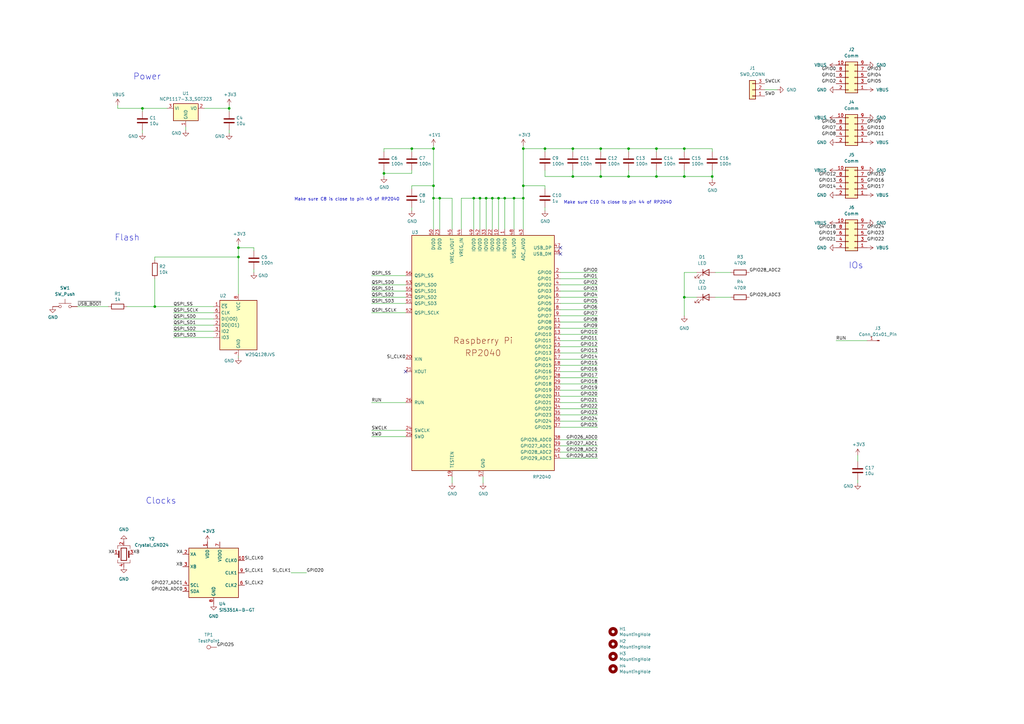
<source format=kicad_sch>
(kicad_sch (version 20231120) (generator "eeschema") (generator_version "8.0")
  (paper "A3")
  (title_block (title "RP2040 Minimal Design Example") (date "2024-01-16") (rev "REV2") (company "Raspberry Pi Ltd"))
  (lib_symbols
    (symbol "Connector:Conn_01x01_Pin" (pin_names (offset 1.016) hide)
      (property "Reference" "J" (at 0 2.54 0))
      (property "Value" "Conn_01x01_Pin" (at 0 -2.54 0))
      (symbol "Conn_01x01_Pin_1_1"
        (polyline (pts (xy 1.27 0) (xy 0.8636 0)) (stroke (width 0.1524)))
        (rectangle (start 0.8636 0.127) (end 0 -0.127) (stroke (width 0.1524)) (fill (type outline)))
        (pin passive line (at 5.08 0 180) (length 3.81) (name "Pin_1") (number "1"))
      )
    )
    (symbol "Connector:TestPoint" (pin_numbers hide) (pin_names (offset 0.762) hide)
      (property "Reference" "TP" (at 0 6.858 0))
      (property "Value" "TestPoint" (at 0 5.08 0))
      (symbol "TestPoint_0_1"
        (circle (center 0 3.302) (radius 0.762))
      )
      (symbol "TestPoint_1_1"
        (pin passive line (at 0 0 90) (length 2.54) (name "1") (number "1"))
      )
    )
    (symbol "Connector_Generic:Conn_01x03" (pin_names (offset 1.016) hide)
      (property "Reference" "J" (at 0 5.08 0))
      (property "Value" "Conn_01x03" (at 0 -5.08 0))
      (symbol "Conn_01x03_1_1"
        (rectangle (start -1.27 -2.413) (end 0 -2.667) (stroke (width 0.1524)))
        (rectangle (start -1.27 0.127) (end 0 -0.127) (stroke (width 0.1524)))
        (rectangle (start -1.27 2.667) (end 0 2.413) (stroke (width 0.1524)))
        (rectangle (start -1.27 3.81) (end 1.27 -3.81) (stroke (width 0.254)) (fill (type background)))
        (pin passive line (at -5.08 2.54 0) (length 3.81) (name "Pin_1") (number "1"))
        (pin passive line (at -5.08 0 0) (length 3.81) (name "Pin_2") (number "2"))
        (pin passive line (at -5.08 -2.54 0) (length 3.81) (name "Pin_3") (number "3"))
      )
    )
    (symbol "Connector_Generic:Conn_02x05_Odd_Even" (pin_names (offset 1.016) hide)
      (property "Reference" "J" (at 1.27 7.62 0))
      (property "Value" "Conn_02x05_Odd_Even" (at 1.27 -7.62 0))
      (symbol "Conn_02x05_Odd_Even_1_1"
        (rectangle (start -1.27 -4.953) (end 0 -5.207) (stroke (width 0.1524)))
        (rectangle (start -1.27 -2.413) (end 0 -2.667) (stroke (width 0.1524)))
        (rectangle (start -1.27 0.127) (end 0 -0.127) (stroke (width 0.1524)))
        (rectangle (start -1.27 2.667) (end 0 2.413) (stroke (width 0.1524)))
        (rectangle (start -1.27 5.207) (end 0 4.953) (stroke (width 0.1524)))
        (rectangle (start -1.27 6.35) (end 3.81 -6.35) (stroke (width 0.254)) (fill (type background)))
        (rectangle (start 3.81 -4.953) (end 2.54 -5.207) (stroke (width 0.1524)))
        (rectangle (start 3.81 -2.413) (end 2.54 -2.667) (stroke (width 0.1524)))
        (rectangle (start 3.81 0.127) (end 2.54 -0.127) (stroke (width 0.1524)))
        (rectangle (start 3.81 2.667) (end 2.54 2.413) (stroke (width 0.1524)))
        (rectangle (start 3.81 5.207) (end 2.54 4.953) (stroke (width 0.1524)))
        (pin passive line (at -5.08 5.08 0) (length 3.81) (name "Pin_1") (number "1"))
        (pin passive line (at 7.62 -5.08 180) (length 3.81) (name "Pin_10") (number "10"))
        (pin passive line (at 7.62 5.08 180) (length 3.81) (name "Pin_2") (number "2"))
        (pin passive line (at -5.08 2.54 0) (length 3.81) (name "Pin_3") (number "3"))
        (pin passive line (at 7.62 2.54 180) (length 3.81) (name "Pin_4") (number "4"))
        (pin passive line (at -5.08 0 0) (length 3.81) (name "Pin_5") (number "5"))
        (pin passive line (at 7.62 0 180) (length 3.81) (name "Pin_6") (number "6"))
        (pin passive line (at -5.08 -2.54 0) (length 3.81) (name "Pin_7") (number "7"))
        (pin passive line (at 7.62 -2.54 180) (length 3.81) (name "Pin_8") (number "8"))
        (pin passive line (at -5.08 -5.08 0) (length 3.81) (name "Pin_9") (number "9"))
      )
    )
    (symbol "Device:C" (pin_numbers hide) (pin_names (offset 0.254))
      (property "Reference" "C" (at 0.635 2.54 0))
      (property "Value" "C" (at 0.635 -2.54 0))
      (symbol "C_0_1"
        (polyline (pts (xy -2.032 -0.762) (xy 2.032 -0.762)) (stroke (width 0.508)))
        (polyline (pts (xy -2.032 0.762) (xy 2.032 0.762)) (stroke (width 0.508)))
      )
      (symbol "C_1_1"
        (pin passive line (at 0 3.81 270) (length 2.794) (name "~") (number "1"))
        (pin passive line (at 0 -3.81 90) (length 2.794) (name "~") (number "2"))
      )
    )
    (symbol "Device:Crystal_GND24" (pin_names (offset 1.016) hide)
      (property "Reference" "Y" (at 3.175 5.08 0))
      (property "Value" "Crystal_GND24" (at 3.175 3.175 0))
      (symbol "Crystal_GND24_0_1"
        (rectangle (start -1.143 2.54) (end 1.143 -2.54) (stroke (width 0.3048)))
        (polyline (pts (xy -2.54 0) (xy -2.032 0)))
        (polyline (pts (xy -2.032 -1.27) (xy -2.032 1.27)) (stroke (width 0.508)))
        (polyline (pts (xy 0 -3.81) (xy 0 -3.556)))
        (polyline (pts (xy 0 3.556) (xy 0 3.81)))
        (polyline (pts (xy 2.032 -1.27) (xy 2.032 1.27)) (stroke (width 0.508)))
        (polyline (pts (xy 2.032 0) (xy 2.54 0)))
        (polyline (pts (xy -2.54 -2.286) (xy -2.54 -3.556) (xy 2.54 -3.556) (xy 2.54 -2.286)))
        (polyline (pts (xy -2.54 2.286) (xy -2.54 3.556) (xy 2.54 3.556) (xy 2.54 2.286)))
      )
      (symbol "Crystal_GND24_1_1"
        (pin passive line (at -3.81 0 0) (length 1.27) (name "1") (number "1"))
        (pin passive line (at 0 5.08 270) (length 1.27) (name "2") (number "2"))
        (pin passive line (at 3.81 0 180) (length 1.27) (name "3") (number "3"))
        (pin passive line (at 0 -5.08 90) (length 1.27) (name "4") (number "4"))
      )
    )
    (symbol "Device:LED" (pin_numbers hide) (pin_names (offset 1.016) hide)
      (property "Reference" "D" (at 0 2.54 0))
      (property "Value" "LED" (at 0 -2.54 0))
      (symbol "LED_0_1"
        (polyline (pts (xy -1.27 -1.27) (xy -1.27 1.27)) (stroke (width 0.254)))
        (polyline (pts (xy -1.27 0) (xy 1.27 0)))
        (polyline (pts (xy 1.27 -1.27) (xy 1.27 1.27) (xy -1.27 0) (xy 1.27 -1.27)) (stroke (width 0.254)))
        (polyline (pts (xy -3.048 -0.762) (xy -4.572 -2.286) (xy -3.81 -2.286) (xy -4.572 -2.286) (xy -4.572 -1.524)))
        (polyline (pts (xy -1.778 -0.762) (xy -3.302 -2.286) (xy -2.54 -2.286) (xy -3.302 -2.286) (xy -3.302 -1.524)))
      )
      (symbol "LED_1_1"
        (pin passive line (at -3.81 0 0) (length 2.54) (name "K") (number "1"))
        (pin passive line (at 3.81 0 180) (length 2.54) (name "A") (number "2"))
      )
    )
    (symbol "Device:R" (pin_numbers hide) (pin_names (offset 0))
      (property "Reference" "R" (at 2.032 0 90))
      (property "Value" "R" (at 0 0 90))
      (symbol "R_0_1"
        (rectangle (start -1.016 -2.54) (end 1.016 2.54) (stroke (width 0.254)))
      )
      (symbol "R_1_1"
        (pin passive line (at 0 3.81 270) (length 1.27) (name "~") (number "1"))
        (pin passive line (at 0 -3.81 90) (length 1.27) (name "~") (number "2"))
      )
    )
    (symbol "GND_1" (power) (pin_numbers hide) (pin_names (offset 0) hide)
      (property "Value" "GND" (at 0 -3.81 0))
      (symbol "GND_1_0_1"
        (polyline (pts (xy 0 0) (xy 0 -1.27) (xy 1.27 -1.27) (xy 0 -2.54) (xy -1.27 -1.27) (xy 0 -1.27)))
      )
      (symbol "GND_1_1_1"
        (pin power_in line (at 0 0 270) (length 0) (name "~") (number "1"))
      )
    )
    (symbol "GND_2" (power) (pin_numbers hide) (pin_names (offset 0) hide)
      (property "Value" "GND" (at 0 -3.81 0))
      (symbol "GND_2_0_1"
        (polyline (pts (xy 0 0) (xy 0 -1.27) (xy 1.27 -1.27) (xy 0 -2.54) (xy -1.27 -1.27) (xy 0 -1.27)))
      )
      (symbol "GND_2_1_1"
        (pin power_in line (at 0 0 270) (length 0) (name "~") (number "1"))
      )
    )
    (symbol "GND_3" (power) (pin_numbers hide) (pin_names (offset 0) hide)
      (property "Value" "GND" (at 0 -3.81 0))
      (symbol "GND_3_0_1"
        (polyline (pts (xy 0 0) (xy 0 -1.27) (xy 1.27 -1.27) (xy 0 -2.54) (xy -1.27 -1.27) (xy 0 -1.27)))
      )
      (symbol "GND_3_1_1"
        (pin power_in line (at 0 0 270) (length 0) (name "~") (number "1"))
      )
    )
    (symbol "GND_4" (power) (pin_numbers hide) (pin_names (offset 0) hide)
      (property "Value" "GND" (at 0 -3.81 0))
      (symbol "GND_4_0_1"
        (polyline (pts (xy 0 0) (xy 0 -1.27) (xy 1.27 -1.27) (xy 0 -2.54) (xy -1.27 -1.27) (xy 0 -1.27)))
      )
      (symbol "GND_4_1_1"
        (pin power_in line (at 0 0 270) (length 0) (name "~") (number "1"))
      )
    )
    (symbol "GND_5" (power) (pin_numbers hide) (pin_names (offset 0) hide)
      (property "Value" "GND" (at 0 -3.81 0))
      (symbol "GND_5_0_1"
        (polyline (pts (xy 0 0) (xy 0 -1.27) (xy 1.27 -1.27) (xy 0 -2.54) (xy -1.27 -1.27) (xy 0 -1.27)))
      )
      (symbol "GND_5_1_1"
        (pin power_in line (at 0 0 270) (length 0) (name "~") (number "1"))
      )
    )
    (symbol "GND_6" (power) (pin_numbers hide) (pin_names (offset 0) hide)
      (property "Value" "GND" (at 0 -3.81 0))
      (symbol "GND_6_0_1"
        (polyline (pts (xy 0 0) (xy 0 -1.27) (xy 1.27 -1.27) (xy 0 -2.54) (xy -1.27 -1.27) (xy 0 -1.27)))
      )
      (symbol "GND_6_1_1"
        (pin power_in line (at 0 0 270) (length 0) (name "~") (number "1"))
      )
    )
    (symbol "GND_7" (power) (pin_numbers hide) (pin_names (offset 0) hide)
      (property "Value" "GND" (at 0 -3.81 0))
      (symbol "GND_7_0_1"
        (polyline (pts (xy 0 0) (xy 0 -1.27) (xy 1.27 -1.27) (xy 0 -2.54) (xy -1.27 -1.27) (xy 0 -1.27)))
      )
      (symbol "GND_7_1_1"
        (pin power_in line (at 0 0 270) (length 0) (name "~") (number "1"))
      )
    )
    (symbol "MCU_RaspberryPi_RP2040:RP2040" (pin_names (offset 1.016))
      (property "Reference" "U" (at -29.21 49.53 0))
      (property "Value" "RP2040" (at 24.13 -49.53 0))
      (symbol "RP2040_0_0"
        (text "Raspberry Pi" (at 0 5.08 0) (effects (font (size 2.54 2.54))))
        (text "RP2040" (at 0 0 0) (effects (font (size 2.54 2.54))))
      )
      (symbol "RP2040_0_1"
        (rectangle (start 29.21 48.26) (end -29.21 -48.26) (stroke (width 0.254)) (fill (type background)))
      )
      (symbol "RP2040_1_1"
        (pin power_in line (at 8.89 50.8 270) (length 2.54) (name "IOVDD") (number "1"))
        (pin power_in line (at 6.35 50.8 270) (length 2.54) (name "IOVDD") (number "10"))
        (pin bidirectional line (at 31.75 12.7 180) (length 2.54) (name "GPIO8") (number "11"))
        (pin bidirectional line (at 31.75 10.16 180) (length 2.54) (name "GPIO9") (number "12"))
        (pin bidirectional line (at 31.75 7.62 180) (length 2.54) (name "GPIO10") (number "13"))
        (pin bidirectional line (at 31.75 5.08 180) (length 2.54) (name "GPIO11") (number "14"))
        (pin bidirectional line (at 31.75 2.54 180) (length 2.54) (name "GPIO12") (number "15"))
        (pin bidirectional line (at 31.75 0 180) (length 2.54) (name "GPIO13") (number "16"))
        (pin bidirectional line (at 31.75 -2.54 180) (length 2.54) (name "GPIO14") (number "17"))
        (pin bidirectional line (at 31.75 -5.08 180) (length 2.54) (name "GPIO15") (number "18"))
        (pin passive line (at -12.7 -50.8 90) (length 2.54) (name "TESTEN") (number "19"))
        (pin bidirectional line (at 31.75 33.02 180) (length 2.54) (name "GPIO0") (number "2"))
        (pin input line (at -31.75 -2.54 0) (length 2.54) (name "XIN") (number "20"))
        (pin passive line (at -31.75 -7.62 0) (length 2.54) (name "XOUT") (number "21"))
        (pin power_in line (at 3.81 50.8 270) (length 2.54) (name "IOVDD") (number "22"))
        (pin power_in line (at -17.78 50.8 270) (length 2.54) (name "DVDD") (number "23"))
        (pin output line (at -31.75 -31.75 0) (length 2.54) (name "SWCLK") (number "24"))
        (pin bidirectional line (at -31.75 -34.29 0) (length 2.54) (name "SWD") (number "25"))
        (pin input line (at -31.75 -20.32 0) (length 2.54) (name "RUN") (number "26"))
        (pin bidirectional line (at 31.75 -7.62 180) (length 2.54) (name "GPIO16") (number "27"))
        (pin bidirectional line (at 31.75 -10.16 180) (length 2.54) (name "GPIO17") (number "28"))
        (pin bidirectional line (at 31.75 -12.7 180) (length 2.54) (name "GPIO18") (number "29"))
        (pin bidirectional line (at 31.75 30.48 180) (length 2.54) (name "GPIO1") (number "3"))
        (pin bidirectional line (at 31.75 -15.24 180) (length 2.54) (name "GPIO19") (number "30"))
        (pin bidirectional line (at 31.75 -17.78 180) (length 2.54) (name "GPIO20") (number "31"))
        (pin bidirectional line (at 31.75 -20.32 180) (length 2.54) (name "GPIO21") (number "32"))
        (pin power_in line (at 1.27 50.8 270) (length 2.54) (name "IOVDD") (number "33"))
        (pin bidirectional line (at 31.75 -22.86 180) (length 2.54) (name "GPIO22") (number "34"))
        (pin bidirectional line (at 31.75 -25.4 180) (length 2.54) (name "GPIO23") (number "35"))
        (pin bidirectional line (at 31.75 -27.94 180) (length 2.54) (name "GPIO24") (number "36"))
        (pin bidirectional line (at 31.75 -30.48 180) (length 2.54) (name "GPIO25") (number "37"))
        (pin bidirectional line (at 31.75 -35.56 180) (length 2.54) (name "GPIO26_ADC0") (number "38"))
        (pin bidirectional line (at 31.75 -38.1 180) (length 2.54) (name "GPIO27_ADC1") (number "39"))
        (pin bidirectional line (at 31.75 27.94 180) (length 2.54) (name "GPIO2") (number "4"))
        (pin bidirectional line (at 31.75 -40.64 180) (length 2.54) (name "GPIO28_ADC2") (number "40"))
        (pin bidirectional line (at 31.75 -43.18 180) (length 2.54) (name "GPIO29_ADC3") (number "41"))
        (pin power_in line (at -1.27 50.8 270) (length 2.54) (name "IOVDD") (number "42"))
        (pin power_in line (at 16.51 50.8 270) (length 2.54) (name "ADC_AVDD") (number "43"))
        (pin power_in line (at -8.89 50.8 270) (length 2.54) (name "VREG_IN") (number "44"))
        (pin power_out line (at -12.7 50.8 270) (length 2.54) (name "VREG_VOUT") (number "45"))
        (pin bidirectional line (at 31.75 40.64 180) (length 2.54) (name "USB_DM") (number "46"))
        (pin bidirectional line (at 31.75 43.18 180) (length 2.54) (name "USB_DP") (number "47"))
        (pin power_in line (at 12.7 50.8 270) (length 2.54) (name "USB_VDD") (number "48"))
        (pin power_in line (at -3.81 50.8 270) (length 2.54) (name "IOVDD") (number "49"))
        (pin bidirectional line (at 31.75 25.4 180) (length 2.54) (name "GPIO3") (number "5"))
        (pin power_in line (at -20.32 50.8 270) (length 2.54) (name "DVDD") (number "50"))
        (pin bidirectional line (at -31.75 20.32 0) (length 2.54) (name "QSPI_SD3") (number "51"))
        (pin output line (at -31.75 16.51 0) (length 2.54) (name "QSPI_SCLK") (number "52"))
        (pin bidirectional line (at -31.75 27.94 0) (length 2.54) (name "QSPI_SD0") (number "53"))
        (pin bidirectional line (at -31.75 22.86 0) (length 2.54) (name "QSPI_SD2") (number "54"))
        (pin bidirectional line (at -31.75 25.4 0) (length 2.54) (name "QSPI_SD1") (number "55"))
        (pin bidirectional line (at -31.75 31.75 0) (length 2.54) (name "QSPI_SS") (number "56"))
        (pin power_in line (at 0 -50.8 90) (length 2.54) (name "GND") (number "57"))
        (pin bidirectional line (at 31.75 22.86 180) (length 2.54) (name "GPIO4") (number "6"))
        (pin bidirectional line (at 31.75 20.32 180) (length 2.54) (name "GPIO5") (number "7"))
        (pin bidirectional line (at 31.75 17.78 180) (length 2.54) (name "GPIO6") (number "8"))
        (pin bidirectional line (at 31.75 15.24 180) (length 2.54) (name "GPIO7") (number "9"))
      )
    )
    (symbol "Mechanical:MountingHole" (pin_names (offset 1.016))
      (property "Reference" "H" (at 0 5.08 0))
      (property "Value" "MountingHole" (at 0 3.175 0))
      (symbol "MountingHole_0_1"
        (circle (center 0 0) (radius 1.27) (stroke (width 1.27)))
      )
    )
    (symbol "Memory_Flash:W25Q128JVS"
      (property "Reference" "U" (at -8.89 8.89 0))
      (property "Value" "W25Q128JVS" (at 7.62 8.89 0))
      (symbol "W25Q128JVS_0_1"
        (rectangle (start -7.62 10.16) (end 7.62 -10.16) (stroke (width 0.254)) (fill (type background)))
      )
      (symbol "W25Q128JVS_1_1"
        (pin input line (at -10.16 7.62 0) (length 2.54) (name "~{CS}") (number "1"))
        (pin bidirectional line (at -10.16 0 0) (length 2.54) (name "DO(IO1)") (number "2"))
        (pin bidirectional line (at -10.16 -2.54 0) (length 2.54) (name "IO2") (number "3"))
        (pin power_in line (at 0 -12.7 90) (length 2.54) (name "GND") (number "4"))
        (pin bidirectional line (at -10.16 2.54 0) (length 2.54) (name "DI(IO0)") (number "5"))
        (pin input line (at -10.16 5.08 0) (length 2.54) (name "CLK") (number "6"))
        (pin bidirectional line (at -10.16 -5.08 0) (length 2.54) (name "IO3") (number "7"))
        (pin power_in line (at 0 12.7 270) (length 2.54) (name "VCC") (number "8"))
      )
    )
    (symbol "Oscillator:Si5351A-B-GT"
      (property "Reference" "U" (at -8.89 11.43 0))
      (property "Value" "Si5351A-B-GT" (at -12.7 -12.7 0))
      (symbol "Si5351A-B-GT_0_1"
        (rectangle (start -10.16 10.16) (end 10.16 -10.16) (stroke (width 0.254)) (fill (type background)))
      )
      (symbol "Si5351A-B-GT_1_1"
        (pin power_in line (at -2.54 12.7 270) (length 2.54) (name "VDD") (number "1"))
        (pin output line (at 12.7 5.08 180) (length 2.54) (name "CLK0") (number "10"))
        (pin input line (at -12.7 7.62 0) (length 2.54) (name "XA") (number "2"))
        (pin input line (at -12.7 2.54 0) (length 2.54) (name "XB") (number "3"))
        (pin input line (at -12.7 -5.08 0) (length 2.54) (name "SCL") (number "4"))
        (pin bidirectional line (at -12.7 -7.62 0) (length 2.54) (name "SDA") (number "5"))
        (pin output line (at 12.7 -5.08 180) (length 2.54) (name "CLK2") (number "6"))
        (pin power_in line (at 2.54 12.7 270) (length 2.54) (name "VDDO") (number "7"))
        (pin power_in line (at 0 -12.7 90) (length 2.54) (name "GND") (number "8"))
        (pin output line (at 12.7 0 180) (length 2.54) (name "CLK1") (number "9"))
      )
    )
    (symbol "Regulator_Linear:NCP1117-3.3_SOT223"
      (property "Reference" "U" (at -3.81 3.175 0))
      (property "Value" "NCP1117-3.3_SOT223" (at 0 3.175 0))
      (symbol "NCP1117-3.3_SOT223_0_1"
        (rectangle (start -5.08 -5.08) (end 5.08 1.905) (stroke (width 0.254)) (fill (type background)))
      )
      (symbol "NCP1117-3.3_SOT223_1_1"
        (pin power_in line (at 0 -7.62 90) (length 2.54) (name "GND") (number "1"))
        (pin power_out line (at 7.62 0 180) (length 2.54) (name "VO") (number "2"))
        (pin power_in line (at -7.62 0 0) (length 2.54) (name "VI") (number "3"))
      )
    )
    (symbol "Switch:SW_Push" (pin_numbers hide) (pin_names (offset 1.016) hide)
      (property "Reference" "SW" (at 1.27 2.54 0))
      (property "Value" "SW_Push" (at 0 -1.524 0))
      (symbol "SW_Push_0_1"
        (circle (center -2.032 0) (radius 0.508))
        (polyline (pts (xy 0 1.27) (xy 0 3.048)))
        (polyline (pts (xy 2.54 1.27) (xy -2.54 1.27)))
        (circle (center 2.032 0) (radius 0.508))
        (pin passive line (at -5.08 0 0) (length 2.54) (name "1") (number "1"))
        (pin passive line (at 5.08 0 180) (length 2.54) (name "2") (number "2"))
      )
    )
    (symbol "VBUS_1" (power) (pin_numbers hide) (pin_names (offset 0) hide)
      (property "Value" "VBUS" (at 0 3.556 0))
      (symbol "VBUS_1_0_1"
        (polyline (pts (xy -0.762 1.27) (xy 0 2.54)))
        (polyline (pts (xy 0 0) (xy 0 2.54)))
        (polyline (pts (xy 0 2.54) (xy 0.762 1.27)))
      )
      (symbol "VBUS_1_1_1"
        (pin power_in line (at 0 0 90) (length 0) (name "~") (number "1"))
      )
    )
    (symbol "VBUS_2" (power) (pin_numbers hide) (pin_names (offset 0) hide)
      (property "Value" "VBUS" (at 0 3.556 0))
      (symbol "VBUS_2_0_1"
        (polyline (pts (xy -0.762 1.27) (xy 0 2.54)))
        (polyline (pts (xy 0 0) (xy 0 2.54)))
        (polyline (pts (xy 0 2.54) (xy 0.762 1.27)))
      )
      (symbol "VBUS_2_1_1"
        (pin power_in line (at 0 0 90) (length 0) (name "~") (number "1"))
      )
    )
    (symbol "power:+1V1" (power) (pin_names (offset 0))
      (property "Value" "+1V1" (at 0 3.556 0))
      (symbol "+1V1_0_1"
        (polyline (pts (xy -0.762 1.27) (xy 0 2.54)))
        (polyline (pts (xy 0 0) (xy 0 2.54)))
        (polyline (pts (xy 0 2.54) (xy 0.762 1.27)))
      )
      (symbol "+1V1_1_1"
        (pin power_in line (at 0 0 90) (length 0) hide (name "+1V1") (number "1"))
      )
    )
    (symbol "power:+3V3" (power) (pin_names (offset 0))
      (property "Value" "+3V3" (at 0 3.556 0))
      (symbol "+3V3_0_1"
        (polyline (pts (xy -0.762 1.27) (xy 0 2.54)))
        (polyline (pts (xy 0 0) (xy 0 2.54)))
        (polyline (pts (xy 0 2.54) (xy 0.762 1.27)))
      )
      (symbol "+3V3_1_1"
        (pin power_in line (at 0 0 90) (length 0) hide (name "+3V3") (number "1"))
      )
    )
    (symbol "power:GND" (power) (pin_names (offset 0))
      (property "Value" "GND" (at 0 -3.81 0))
      (symbol "GND_0_1"
        (polyline (pts (xy 0 0) (xy 0 -1.27) (xy 1.27 -1.27) (xy 0 -2.54) (xy -1.27 -1.27) (xy 0 -1.27)))
      )
      (symbol "GND_1_1"
        (pin power_in line (at 0 0 270) (length 0) hide (name "GND") (number "1"))
      )
    )
    (symbol "power:VBUS" (power) (pin_names (offset 0))
      (property "Value" "VBUS" (at 0 3.81 0))
      (symbol "VBUS_0_1"
        (polyline (pts (xy -0.762 1.27) (xy 0 2.54)))
        (polyline (pts (xy 0 0) (xy 0 2.54)))
        (polyline (pts (xy 0 2.54) (xy 0.762 1.27)))
      )
      (symbol "VBUS_1_1"
        (pin power_in line (at 0 0 90) (length 0) hide (name "VBUS") (number "1"))
      )
    )
  )
  (junction (at 201.93 81.28))
  (junction (at 199.39 81.28))
  (junction (at 97.79 105.41))
  (junction (at 177.8 76.2))
  (junction (at 214.63 76.2))
  (junction (at 168.91 60.96))
  (junction (at 223.52 60.96))
  (junction (at 246.38 72.39))
  (junction (at 257.81 60.96))
  (junction (at 246.38 60.96))
  (junction (at 177.8 81.28))
  (junction (at 180.34 81.28))
  (junction (at 204.47 81.28))
  (junction (at 157.48 71.12))
  (junction (at 280.67 121.92))
  (junction (at 93.98 44.45))
  (junction (at 280.67 60.96))
  (junction (at 292.1 72.39))
  (junction (at 257.81 72.39))
  (junction (at 97.79 101.6))
  (junction (at 177.8 60.96))
  (junction (at 234.95 72.39))
  (junction (at 269.24 72.39))
  (junction (at 58.42 44.45))
  (junction (at 207.01 81.28))
  (junction (at 214.63 81.28))
  (junction (at 63.5 125.73))
  (junction (at 196.85 81.28))
  (junction (at 214.63 60.96))
  (junction (at 194.31 81.28))
  (junction (at 269.24 60.96))
  (junction (at 280.67 72.39))
  (junction (at 210.82 81.28))
  (junction (at 234.95 60.96))
  (no_connect (at 166.37 152.4))
  (no_connect (at 229.87 101.6))
  (no_connect (at 229.87 104.14))
  (wire (pts (xy 177.8 81.28) (xy 177.8 93.98)))
  (wire (pts (xy 229.87 137.16) (xy 245.11 137.16)))
  (wire (pts (xy 157.48 71.12) (xy 168.91 71.12)))
  (wire (pts (xy 48.26 44.45) (xy 58.42 44.45)))
  (wire (pts (xy 313.69 36.83) (xy 318.77 36.83)))
  (wire (pts (xy 246.38 60.96) (xy 257.81 60.96)))
  (wire (pts (xy 207.01 81.28) (xy 210.82 81.28)))
  (wire (pts (xy 351.79 196.85) (xy 351.79 198.12)))
  (wire (pts (xy 87.63 138.43) (xy 71.12 138.43)))
  (wire (pts (xy 246.38 62.23) (xy 246.38 60.96)))
  (wire (pts (xy 177.8 59.69) (xy 177.8 60.96)))
  (wire (pts (xy 229.87 149.86) (xy 245.11 149.86)))
  (wire (pts (xy 97.79 101.6) (xy 97.79 105.41)))
  (wire (pts (xy 58.42 53.34) (xy 58.42 54.61)))
  (wire (pts (xy 229.87 175.26) (xy 245.11 175.26)))
  (wire (pts (xy 194.31 81.28) (xy 196.85 81.28)))
  (wire (pts (xy 229.87 170.18) (xy 245.11 170.18)))
  (wire (pts (xy 48.26 43.18) (xy 48.26 44.45)))
  (wire (pts (xy 229.87 111.76) (xy 245.11 111.76)))
  (wire (pts (xy 71.12 128.27) (xy 87.63 128.27)))
  (wire (pts (xy 97.79 100.33) (xy 97.79 101.6)))
  (wire (pts (xy 185.42 93.98) (xy 185.42 81.28)))
  (wire (pts (xy 246.38 69.85) (xy 246.38 72.39)))
  (wire (pts (xy 229.87 116.84) (xy 245.11 116.84)))
  (wire (pts (xy 58.42 45.72) (xy 58.42 44.45)))
  (wire (pts (xy 177.8 76.2) (xy 177.8 81.28)))
  (wire (pts (xy 189.23 81.28) (xy 194.31 81.28)))
  (wire (pts (xy 157.48 60.96) (xy 168.91 60.96)))
  (wire (pts (xy 229.87 185.42) (xy 245.11 185.42)))
  (wire (pts (xy 63.5 114.3) (xy 63.5 125.73)))
  (wire (pts (xy 157.48 69.85) (xy 157.48 71.12)))
  (wire (pts (xy 152.4 124.46) (xy 166.37 124.46)))
  (wire (pts (xy 93.98 45.72) (xy 93.98 44.45)))
  (wire (pts (xy 214.63 81.28) (xy 214.63 93.98)))
  (wire (pts (xy 168.91 60.96) (xy 177.8 60.96)))
  (wire (pts (xy 44.45 125.73) (xy 31.75 125.73)))
  (wire (pts (xy 214.63 76.2) (xy 223.52 76.2)))
  (wire (pts (xy 97.79 146.685) (xy 97.79 146.05)))
  (wire (pts (xy 199.39 93.98) (xy 199.39 81.28)))
  (wire (pts (xy 177.8 60.96) (xy 177.8 76.2)))
  (wire (pts (xy 210.82 81.28) (xy 214.63 81.28)))
  (wire (pts (xy 152.4 119.38) (xy 166.37 119.38)))
  (wire (pts (xy 166.37 165.1) (xy 152.4 165.1)))
  (wire (pts (xy 269.24 62.23) (xy 269.24 60.96)))
  (wire (pts (xy 196.85 81.28) (xy 199.39 81.28)))
  (wire (pts (xy 87.63 133.35) (xy 71.12 133.35)))
  (wire (pts (xy 223.52 62.23) (xy 223.52 60.96)))
  (wire (pts (xy 214.63 60.96) (xy 223.52 60.96)))
  (wire (pts (xy 104.14 101.6) (xy 97.79 101.6)))
  (wire (pts (xy 207.01 81.28) (xy 207.01 93.98)))
  (wire (pts (xy 196.85 93.98) (xy 196.85 81.28)))
  (wire (pts (xy 214.63 60.96) (xy 214.63 76.2)))
  (wire (pts (xy 76.2 52.07) (xy 76.2 53.34)))
  (wire (pts (xy 280.67 111.76) (xy 280.67 121.92)))
  (wire (pts (xy 166.37 113.03) (xy 152.4 113.03)))
  (wire (pts (xy 269.24 60.96) (xy 280.67 60.96)))
  (wire (pts (xy 292.1 69.85) (xy 292.1 72.39)))
  (wire (pts (xy 83.82 44.45) (xy 93.98 44.45)))
  (wire (pts (xy 229.87 147.32) (xy 245.11 147.32)))
  (wire (pts (xy 229.87 127) (xy 245.11 127)))
  (wire (pts (xy 168.91 71.12) (xy 168.91 69.85)))
  (wire (pts (xy 234.95 62.23) (xy 234.95 60.96)))
  (wire (pts (xy 234.95 72.39) (xy 223.52 72.39)))
  (wire (pts (xy 229.87 180.34) (xy 245.11 180.34)))
  (wire (pts (xy 214.63 76.2) (xy 214.63 81.28)))
  (wire (pts (xy 285.75 111.76) (xy 280.67 111.76)))
  (wire (pts (xy 214.63 59.69) (xy 214.63 60.96)))
  (wire (pts (xy 229.87 129.54) (xy 245.11 129.54)))
  (wire (pts (xy 168.91 77.47) (xy 168.91 76.2)))
  (wire (pts (xy 87.63 135.89) (xy 71.12 135.89)))
  (wire (pts (xy 293.37 121.92) (xy 299.72 121.92)))
  (wire (pts (xy 234.95 60.96) (xy 246.38 60.96)))
  (wire (pts (xy 52.07 125.73) (xy 63.5 125.73)))
  (wire (pts (xy 293.37 111.76) (xy 299.72 111.76)))
  (wire (pts (xy 229.87 187.96) (xy 245.11 187.96)))
  (wire (pts (xy 234.95 69.85) (xy 234.95 72.39)))
  (wire (pts (xy 180.34 93.98) (xy 180.34 81.28)))
  (wire (pts (xy 280.67 72.39) (xy 292.1 72.39)))
  (wire (pts (xy 355.6 139.7) (xy 342.9 139.7)))
  (wire (pts (xy 68.58 44.45) (xy 58.42 44.45)))
  (wire (pts (xy 269.24 69.85) (xy 269.24 72.39)))
  (wire (pts (xy 223.52 60.96) (xy 234.95 60.96)))
  (wire (pts (xy 223.52 85.09) (xy 223.52 86.36)))
  (wire (pts (xy 229.87 132.08) (xy 245.11 132.08)))
  (wire (pts (xy 204.47 93.98) (xy 204.47 81.28)))
  (wire (pts (xy 229.87 119.38) (xy 245.11 119.38)))
  (wire (pts (xy 292.1 62.23) (xy 292.1 60.96)))
  (wire (pts (xy 166.37 179.07) (xy 152.4 179.07)))
  (wire (pts (xy 199.39 81.28) (xy 201.93 81.28)))
  (wire (pts (xy 292.1 72.39) (xy 292.1 73.66)))
  (wire (pts (xy 351.79 186.69) (xy 351.79 189.23)))
  (wire (pts (xy 229.87 157.48) (xy 245.11 157.48)))
  (wire (pts (xy 280.67 121.92) (xy 280.67 129.54)))
  (wire (pts (xy 166.37 128.27) (xy 152.4 128.27)))
  (wire (pts (xy 198.12 195.58) (xy 198.12 198.12)))
  (wire (pts (xy 168.91 76.2) (xy 177.8 76.2)))
  (wire (pts (xy 229.87 154.94) (xy 245.11 154.94)))
  (wire (pts (xy 87.63 130.81) (xy 71.12 130.81)))
  (wire (pts (xy 246.38 72.39) (xy 234.95 72.39)))
  (wire (pts (xy 223.52 69.85) (xy 223.52 72.39)))
  (wire (pts (xy 185.42 195.58) (xy 185.42 198.12)))
  (wire (pts (xy 229.87 160.02) (xy 245.11 160.02)))
  (wire (pts (xy 229.87 139.7) (xy 245.11 139.7)))
  (wire (pts (xy 229.87 165.1) (xy 245.11 165.1)))
  (wire (pts (xy 180.34 81.28) (xy 177.8 81.28)))
  (wire (pts (xy 280.67 121.92) (xy 285.75 121.92)))
  (wire (pts (xy 229.87 144.78) (xy 245.11 144.78)))
  (wire (pts (xy 280.67 72.39) (xy 269.24 72.39)))
  (wire (pts (xy 152.4 116.84) (xy 166.37 116.84)))
  (wire (pts (xy 201.93 81.28) (xy 204.47 81.28)))
  (wire (pts (xy 229.87 134.62) (xy 245.11 134.62)))
  (wire (pts (xy 229.87 152.4) (xy 245.11 152.4)))
  (wire (pts (xy 157.48 62.23) (xy 157.48 60.96)))
  (wire (pts (xy 104.14 110.49) (xy 104.14 111.76)))
  (wire (pts (xy 157.48 71.12) (xy 157.48 72.39)))
  (wire (pts (xy 280.67 69.85) (xy 280.67 72.39)))
  (wire (pts (xy 229.87 142.24) (xy 245.11 142.24)))
  (wire (pts (xy 257.81 60.96) (xy 269.24 60.96)))
  (wire (pts (xy 223.52 77.47) (xy 223.52 76.2)))
  (wire (pts (xy 152.4 121.92) (xy 166.37 121.92)))
  (wire (pts (xy 229.87 124.46) (xy 245.11 124.46)))
  (wire (pts (xy 229.87 167.64) (xy 245.11 167.64)))
  (wire (pts (xy 229.87 114.3) (xy 245.11 114.3)))
  (wire (pts (xy 257.81 72.39) (xy 246.38 72.39)))
  (wire (pts (xy 104.14 102.87) (xy 104.14 101.6)))
  (wire (pts (xy 269.24 72.39) (xy 257.81 72.39)))
  (wire (pts (xy 204.47 81.28) (xy 207.01 81.28)))
  (wire (pts (xy 63.5 125.73) (xy 87.63 125.73)))
  (wire (pts (xy 194.31 93.98) (xy 194.31 81.28)))
  (wire (pts (xy 119.38 234.95) (xy 125.73 234.95)))
  (wire (pts (xy 201.93 93.98) (xy 201.93 81.28)))
  (wire (pts (xy 168.91 62.23) (xy 168.91 60.96)))
  (wire (pts (xy 185.42 81.28) (xy 180.34 81.28)))
  (wire (pts (xy 280.67 60.96) (xy 292.1 60.96)))
  (wire (pts (xy 280.67 62.23) (xy 280.67 60.96)))
  (wire (pts (xy 257.81 69.85) (xy 257.81 72.39)))
  (wire (pts (xy 229.87 162.56) (xy 245.11 162.56)))
  (wire (pts (xy 229.87 172.72) (xy 245.11 172.72)))
  (wire (pts (xy 210.82 93.98) (xy 210.82 81.28)))
  (wire (pts (xy 257.81 62.23) (xy 257.81 60.96)))
  (wire (pts (xy 166.37 176.53) (xy 152.4 176.53)))
  (wire (pts (xy 189.23 93.98) (xy 189.23 81.28)))
  (wire (pts (xy 168.91 85.09) (xy 168.91 86.36)))
  (wire (pts (xy 93.98 53.34) (xy 93.98 54.61)))
  (wire (pts (xy 63.5 106.68) (xy 63.5 105.41)))
  (wire (pts (xy 63.5 105.41) (xy 97.79 105.41)))
  (wire (pts (xy 93.98 44.45) (xy 93.98 43.18)))
  (wire (pts (xy 229.87 182.88) (xy 245.11 182.88)))
  (wire (pts (xy 229.87 121.92) (xy 245.11 121.92)))
  (wire (pts (xy 97.79 105.41) (xy 97.79 120.65)))
  (text "IOs" (at 347.98 110.49 0) (effects (font (size 2.54 2.54)) (justify left bottom)))
  (text "Power" (at 54.61 33.02 0) (effects (font (size 2.54 2.54)) (justify left bottom)))
  (text "Clocks" (at 59.69 207.01 0) (effects (font (size 2.54 2.54)) (justify left bottom)))
  (text "Make sure C8 is close to pin 45 of RP2040" (at 120.65 82.55 0) (effects (font (size 1.27 1.27)) (justify left bottom)))
  (text "Make sure C10 is close to pin 44 of RP2040" (at 231.14 83.82 0) (effects (font (size 1.27 1.27)) (justify left bottom)))
  (text "Flash" (at 46.99 99.06 0) (effects (font (size 2.54 2.54)) (justify left bottom)))
  (label "GPIO24" (at 355.6 93.98 0))
  (label "GPIO3" (at 355.6 29.21 0))
  (label "QSPI_SS" (at 71.12 125.73 0))
  (label "QSPI_SD3" (at 71.12 138.43 0))
  (label "GPIO7" (at 342.9 53.34 180))
  (label "QSPI_SD2" (at 152.4 121.92 0))
  (label "GPIO4" (at 245.11 121.92 180))
  (label "GPIO21" (at 342.9 99.06 180))
  (label "RUN" (at 152.4 165.1 0))
  (label "GPIO10" (at 355.6 53.34 0))
  (label "GPIO29_ADC3" (at 245.11 187.96 180))
  (label "QSPI_SD1" (at 152.4 119.38 0))
  (label "GPIO13" (at 245.11 144.78 180))
  (label "SI_CLK1" (at 119.38 234.95 180))
  (label "XA" (at 46.99 227.33 180))
  (label "GPIO6" (at 245.11 127 180))
  (label "GPIO29_ADC3" (at 307.34 121.92 0))
  (label "GPIO28_ADC2" (at 307.34 111.76 0))
  (label "SWD" (at 152.4 179.07 0))
  (label "GPIO20" (at 245.11 162.56 180))
  (label "QSPI_SD1" (at 71.12 133.35 0))
  (label "XB" (at 54.61 227.33 0))
  (label "QSPI_SD3" (at 152.4 124.46 0))
  (label "GPIO6" (at 342.9 50.8 180))
  (label "SWD" (at 313.69 39.37 0))
  (label "RUN" (at 342.9 139.7 0))
  (label "GPIO18" (at 245.11 157.48 180))
  (label "GPIO25" (at 245.11 175.26 180))
  (label "GPIO2" (at 342.9 34.29 180))
  (label "GPIO1" (at 342.9 31.75 180))
  (label "GPIO0" (at 245.11 111.76 180))
  (label "GPIO8" (at 342.9 55.88 180))
  (label "GPIO11" (at 355.6 55.88 0))
  (label "SI_CLK0" (at 100.33 229.87 0))
  (label "XB" (at 74.93 232.41 180))
  (label "GPIO21" (at 245.11 165.1 180))
  (label "GPIO11" (at 245.11 139.7 180))
  (label "GPIO17" (at 355.6 77.47 0))
  (label "GPIO27_ADC1" (at 245.11 182.88 180))
  (label "GPIO1" (at 245.11 114.3 180))
  (label "GPIO4" (at 355.6 31.75 0))
  (label "GPIO14" (at 245.11 147.32 180))
  (label "GPIO3" (at 245.11 119.38 180))
  (label "GPIO10" (at 245.11 137.16 180))
  (label "GPIO23" (at 245.11 170.18 180))
  (label "SWCLK" (at 152.4 176.53 0))
  (label "SI_CLK0" (at 166.37 147.32 180))
  (label "GPIO9" (at 355.6 50.8 0))
  (label "QSPI_SCLK" (at 152.4 128.27 0))
  (label "SI_CLK1" (at 100.33 234.95 0))
  (label "XA" (at 74.93 227.33 180))
  (label "GPIO27_ADC1" (at 74.93 240.03 180))
  (label "GPIO25" (at 88.9 265.43 0))
  (label "GPIO12" (at 342.9 72.39 180))
  (label "QSPI_SD0" (at 152.4 116.84 0))
  (label "GPIO5" (at 355.6 34.29 0))
  (label "GPIO17" (at 245.11 154.94 180))
  (label "GPIO18" (at 342.9 93.98 180))
  (label "GPIO2" (at 245.11 116.84 180))
  (label "GPIO9" (at 245.11 134.62 180))
  (label "GPIO15" (at 245.11 149.86 180))
  (label "GPIO12" (at 245.11 142.24 180))
  (label "GPIO24" (at 245.11 172.72 180))
  (label "GPIO5" (at 245.11 124.46 180))
  (label "GPIO22" (at 245.11 167.64 180))
  (label "SWCLK" (at 313.69 34.29 0))
  (label "GPIO19" (at 245.11 160.02 180))
  (label "QSPI_SS" (at 152.4 113.03 0))
  (label "QSPI_SD2" (at 71.12 135.89 0))
  (label "QSPI_SD0" (at 71.12 130.81 0))
  (label "QSPI_SCLK" (at 71.12 128.27 0))
  (label "~{USB_BOOT}" (at 31.75 125.73 0))
  (label "GPIO20" (at 125.73 234.95 0))
  (label "GPIO26_ADC0" (at 245.11 180.34 180))
  (label "GPIO28_ADC2" (at 245.11 185.42 180))
  (label "GPIO16" (at 245.11 152.4 180))
  (label "GPIO8" (at 245.11 132.08 180))
  (label "SI_CLK2" (at 100.33 240.03 0))
  (label "GPIO23" (at 355.6 96.52 0))
  (label "GPIO22" (at 355.6 99.06 0))
  (label "GPIO15" (at 355.6 72.39 0))
  (label "GPIO16" (at 355.6 74.93 0))
  (label "GPIO26_ADC0" (at 74.93 242.57 180))
  (label "GPIO13" (at 342.9 74.93 180))
  (label "GPIO19" (at 342.9 96.52 180))
  (label "GPIO7" (at 245.11 129.54 180))
  (label "GPIO0" (at 342.9 29.21 180))
  (label "GPIO14" (at 342.9 77.47 180))
  (symbol (lib_id "MCU_RaspberryPi_RP2040:RP2040") (at 198.12 144.78 0) (unit 1)
    (property "Reference" "U3" (at 170.18 95.25 0))
    (property "Value" "RP2040" (at 222.25 195.58 0))
    (property "Footprint" "RP2040_minimal:RP2040-QFN-56" (effects (hide yes)))
  )
  (symbol (lib_id "Memory_Flash:W25Q128JVS") (at 97.79 133.35 0) (unit 1)
    (property "Reference" "U2" (at 91.44 121.285 0))
    (property "Value" "W25Q128JVS" (at 106.68 145.415 0))
    (property "Footprint" "Package_SO:SOIC-8_5.23x5.23mm_P1.27mm" (effects (hide yes)))
    (property "Datasheet" "http://www.winbond.com/resource-files/w25q128jv_dtr%20revc%2003272018%20plus.pdf" (effects (hide yes)))
  )
  (symbol (lib_id "power:+3V3") (at 97.79 100.33 0) (unit 1)
    (property "Reference" "#PWR07" (effects (hide yes)))
    (property "Value" "+3V3" (at 98.171 95.9358 0))
  )
  (symbol (lib_id "power:GND") (at 97.79 146.685 0) (unit 1)
    (property "Reference" "#PWR08" (effects (hide yes)))
    (property "Value" "GND" (at 93.98 147.955 0))
  )
  (symbol (lib_id "Device:R") (at 63.5 110.49 0) (unit 1)
    (property "Reference" "R2" (at 65.278 109.3216 0) (effects (justify left)))
    (property "Value" "10k" (at 65.278 111.633 0) (effects (justify left)))
    (property "Footprint" "Resistor_SMD:R_0402_1005Metric" (effects (hide yes)))
  )
  (symbol (lib_id "Device:R") (at 48.26 125.73 270) (unit 1)
    (property "Reference" "R1" (at 48.26 120.4722 90))
    (property "Value" "1k" (at 48.26 122.7836 90))
    (property "Footprint" "Resistor_SMD:R_0402_1005Metric" (effects (hide yes)))
  )
  (symbol (lib_id "Device:C") (at 104.14 106.68 0) (unit 1)
    (property "Reference" "C5" (at 107.061 105.5116 0) (effects (justify left)))
    (property "Value" "100n" (at 107.061 107.823 0) (effects (justify left)))
    (property "Footprint" "Capacitor_SMD:C_0402_1005Metric" (effects (hide yes)))
  )
  (symbol (lib_id "power:GND") (at 104.14 111.76 0) (unit 1)
    (property "Reference" "#PWR011" (effects (hide yes)))
    (property "Value" "GND" (at 107.95 113.03 0))
  )
  (symbol (lib_id "power:GND") (at 198.12 198.12 0) (unit 1)
    (property "Reference" "#PWR016" (effects (hide yes)))
    (property "Value" "GND" (at 198.247 202.5142 0))
  )
  (symbol (lib_id "power:GND") (at 185.42 198.12 0) (unit 1)
    (property "Reference" "#PWR015" (effects (hide yes)))
    (property "Value" "GND" (at 185.547 202.5142 0))
  )
  (symbol (lib_id "power:+3V3") (at 214.63 59.69 0) (unit 1)
    (property "Reference" "#PWR017" (effects (hide yes)))
    (property "Value" "+3V3" (at 215.011 55.2958 0))
  )
  (symbol (lib_id "power:+1V1") (at 177.8 59.69 0) (unit 1)
    (property "Reference" "#PWR014" (effects (hide yes)))
    (property "Value" "+1V1" (at 178.181 55.2958 0))
  )
  (symbol (lib_id "Device:C") (at 223.52 66.04 0) (unit 1)
    (property "Reference" "C9" (at 226.441 64.8716 0) (effects (justify left)))
    (property "Value" "100n" (at 226.441 67.183 0) (effects (justify left)))
    (property "Footprint" "Capacitor_SMD:C_0402_1005Metric" (effects (hide yes)))
  )
  (symbol (lib_id "Device:C") (at 234.95 66.04 0) (unit 1)
    (property "Reference" "C11" (at 237.871 64.8716 0) (effects (justify left)))
    (property "Value" "100n" (at 237.871 67.183 0) (effects (justify left)))
    (property "Footprint" "Capacitor_SMD:C_0402_1005Metric" (effects (hide yes)))
  )
  (symbol (lib_id "Device:C") (at 246.38 66.04 0) (unit 1)
    (property "Reference" "C12" (at 249.301 64.8716 0) (effects (justify left)))
    (property "Value" "100n" (at 249.301 67.183 0) (effects (justify left)))
    (property "Footprint" "Capacitor_SMD:C_0402_1005Metric" (effects (hide yes)))
  )
  (symbol (lib_id "Device:C") (at 257.81 66.04 0) (unit 1)
    (property "Reference" "C13" (at 260.731 64.8716 0) (effects (justify left)))
    (property "Value" "100n" (at 260.731 67.183 0) (effects (justify left)))
    (property "Footprint" "Capacitor_SMD:C_0402_1005Metric" (effects (hide yes)))
  )
  (symbol (lib_id "Device:C") (at 269.24 66.04 0) (unit 1)
    (property "Reference" "C14" (at 272.161 64.8716 0) (effects (justify left)))
    (property "Value" "100n" (at 272.161 67.183 0) (effects (justify left)))
    (property "Footprint" "Capacitor_SMD:C_0402_1005Metric" (effects (hide yes)))
  )
  (symbol (lib_id "Device:C") (at 280.67 66.04 0) (unit 1)
    (property "Reference" "C15" (at 283.591 64.8716 0) (effects (justify left)))
    (property "Value" "100n" (at 283.591 67.183 0) (effects (justify left)))
    (property "Footprint" "Capacitor_SMD:C_0402_1005Metric" (effects (hide yes)))
  )
  (symbol (lib_id "Device:C") (at 292.1 66.04 0) (unit 1)
    (property "Reference" "C16" (at 295.021 64.8716 0) (effects (justify left)))
    (property "Value" "100n" (at 295.021 67.183 0) (effects (justify left)))
    (property "Footprint" "Capacitor_SMD:C_0402_1005Metric" (effects (hide yes)))
  )
  (symbol (lib_id "Device:C") (at 157.48 66.04 0) (unit 1)
    (property "Reference" "C6" (at 160.401 64.8716 0) (effects (justify left)))
    (property "Value" "100n" (at 160.401 67.183 0) (effects (justify left)))
    (property "Footprint" "Capacitor_SMD:C_0402_1005Metric" (effects (hide yes)))
  )
  (symbol (lib_id "Device:C") (at 168.91 66.04 0) (unit 1)
    (property "Reference" "C7" (at 171.831 64.8716 0) (effects (justify left)))
    (property "Value" "100n" (at 171.831 67.183 0) (effects (justify left)))
    (property "Footprint" "Capacitor_SMD:C_0402_1005Metric" (effects (hide yes)))
  )
  (symbol (lib_id "Device:C") (at 168.91 81.28 0) (unit 1)
    (property "Reference" "C8" (at 171.831 80.1116 0) (effects (justify left)))
    (property "Value" "1u" (at 171.831 82.423 0) (effects (justify left)))
    (property "Footprint" "Capacitor_SMD:C_0402_1005Metric" (effects (hide yes)))
  )
  (symbol (lib_id "Device:C") (at 223.52 81.28 0) (unit 1)
    (property "Reference" "C10" (at 226.441 80.1116 0) (effects (justify left)))
    (property "Value" "1u" (at 226.441 82.423 0) (effects (justify left)))
    (property "Footprint" "Capacitor_SMD:C_0402_1005Metric" (effects (hide yes)))
  )
  (symbol (lib_id "Mechanical:MountingHole") (at 251.46 259.08 0) (unit 1)
    (property "Reference" "H1" (at 254 257.9116 0) (effects (justify left)))
    (property "Value" "MountingHole" (at 254 260.223 0) (effects (justify left)))
    (property "Footprint" "MountingHole:MountingHole_2.7mm_M2.5" (effects (hide yes)))
  )
  (symbol (lib_id "Mechanical:MountingHole") (at 251.46 264.16 0) (unit 1)
    (property "Reference" "H2" (at 254 262.9916 0) (effects (justify left)))
    (property "Value" "MountingHole" (at 254 265.303 0) (effects (justify left)))
    (property "Footprint" "MountingHole:MountingHole_2.7mm_M2.5" (effects (hide yes)))
  )
  (symbol (lib_id "Mechanical:MountingHole") (at 251.46 269.24 0) (unit 1)
    (property "Reference" "H3" (at 254 268.0716 0) (effects (justify left)))
    (property "Value" "MountingHole" (at 254 270.383 0) (effects (justify left)))
    (property "Footprint" "MountingHole:MountingHole_2.7mm_M2.5" (effects (hide yes)))
  )
  (symbol (lib_id "Mechanical:MountingHole") (at 251.46 274.32 0) (unit 1)
    (property "Reference" "H4" (at 254 273.1516 0) (effects (justify left)))
    (property "Value" "MountingHole" (at 254 275.463 0) (effects (justify left)))
    (property "Footprint" "MountingHole:MountingHole_2.7mm_M2.5" (effects (hide yes)))
  )
  (symbol (lib_id "power:GND") (at 292.1 73.66 0) (unit 1)
    (property "Reference" "#PWR023" (effects (hide yes)))
    (property "Value" "GND" (at 292.227 78.0542 0))
  )
  (symbol (lib_id "power:GND") (at 157.48 72.39 0) (unit 1)
    (property "Reference" "#PWR012" (effects (hide yes)))
    (property "Value" "GND" (at 157.607 76.7842 0))
  )
  (symbol (lib_id "power:GND") (at 168.91 86.36 0) (unit 1)
    (property "Reference" "#PWR013" (effects (hide yes)))
    (property "Value" "GND" (at 169.037 90.7542 0))
  )
  (symbol (lib_id "power:GND") (at 223.52 86.36 0) (unit 1)
    (property "Reference" "#PWR018" (effects (hide yes)))
    (property "Value" "GND" (at 223.647 90.7542 0))
  )
  (symbol (lib_id "Regulator_Linear:NCP1117-3.3_SOT223") (at 76.2 44.45 0) (unit 1)
    (property "Reference" "U1" (at 76.2 38.3032 0))
    (property "Value" "NCP1117-3.3_SOT223" (at 76.2 40.6146 0))
    (property "Footprint" "Package_TO_SOT_SMD:SOT-223-3_TabPin2" (effects (hide yes)))
    (property "Datasheet" "http://www.onsemi.com/pub_link/Collateral/NCP1117-D.PDF" (effects (hide yes)))
  )
  (symbol (lib_id "power:VBUS") (at 48.26 43.18 0) (unit 1)
    (property "Reference" "#PWR03" (effects (hide yes)))
    (property "Value" "VBUS" (at 48.641 38.7858 0))
  )
  (symbol (lib_id "power:GND") (at 76.2 53.34 0) (unit 1)
    (property "Reference" "#PWR05" (effects (hide yes)))
    (property "Value" "GND" (at 72.39 54.61 0))
  )
  (symbol (lib_id "power:+3V3") (at 93.98 43.18 0) (unit 1)
    (property "Reference" "#PWR09" (effects (hide yes)))
    (property "Value" "+3V3" (at 94.361 38.7858 0))
  )
  (symbol (lib_id "Device:C") (at 58.42 49.53 0) (unit 1)
    (property "Reference" "C1" (at 61.341 48.3616 0) (effects (justify left)))
    (property "Value" "10u" (at 61.341 50.673 0) (effects (justify left)))
    (property "Footprint" "Capacitor_SMD:C_0805_2012Metric" (effects (hide yes)))
  )
  (symbol (lib_id "Device:C") (at 93.98 49.53 0) (unit 1)
    (property "Reference" "C4" (at 96.901 48.3616 0) (effects (justify left)))
    (property "Value" "10u" (at 96.901 50.673 0) (effects (justify left)))
    (property "Footprint" "Capacitor_SMD:C_0805_2012Metric" (effects (hide yes)))
  )
  (symbol (lib_id "power:GND") (at 58.42 54.61 0) (unit 1)
    (property "Reference" "#PWR04" (effects (hide yes)))
    (property "Value" "GND" (at 54.61 55.88 0))
  )
  (symbol (lib_id "power:GND") (at 93.98 54.61 0) (unit 1)
    (property "Reference" "#PWR010" (effects (hide yes)))
    (property "Value" "GND" (at 90.17 55.88 0))
  )
  (symbol (lib_id "power:+3V3") (at 351.79 186.69 0) (unit 1)
    (property "Reference" "#PWR024" (effects (hide yes)))
    (property "Value" "+3V3" (at 352.171 182.2958 0))
  )
  (symbol (lib_id "Device:C") (at 351.79 193.04 0) (unit 1)
    (property "Reference" "C17" (at 354.711 191.8716 0) (effects (justify left)))
    (property "Value" "10u" (at 354.711 194.183 0) (effects (justify left)))
    (property "Footprint" "Capacitor_SMD:C_0805_2012Metric" (effects (hide yes)))
  )
  (symbol (lib_id "power:GND") (at 351.79 198.12 0) (unit 1)
    (property "Reference" "#PWR025" (effects (hide yes)))
    (property "Value" "GND" (at 347.98 199.39 0))
  )
  (symbol (lib_id "power:GND") (at 21.59 125.73 0) (unit 1)
    (property "Reference" "#PWR02" (effects (hide yes)))
    (property "Value" "GND" (at 21.717 130.1242 0))
  )
  (symbol (lib_id "Device:R") (at 303.53 121.92 90) (unit 1)
    (property "Reference" "R4" (at 303.53 115.57 90))
    (property "Value" "470R" (at 303.53 118.11 90))
    (property "Footprint" "Resistor_SMD:R_0402_1005Metric" (effects (hide yes)))
    (property "Description" "Resistor" (effects (hide yes)))
  )
  (symbol (lib_id "Switch:SW_Push") (at 26.67 125.73 0) (unit 1)
    (property "Reference" "SW1" (at 26.67 118.11 0))
    (property "Value" "SW_Push" (at 26.67 120.65 0))
    (property "Footprint" "Button_Switch_SMD:SW_Push_SPST_NO_Alps_SKRK" (effects (hide yes)))
    (property "Description" "Push button switch, generic, two pins" (effects (hide yes)))
  )
  (symbol (lib_id "Device:LED") (at 289.56 111.76 0) (unit 1)
    (property "Reference" "D1" (at 287.9725 105.41 0))
    (property "Value" "LED" (at 287.9725 107.95 0))
    (property "Footprint" "LED_SMD:LED_0603_1608Metric" (effects (hide yes)))
    (property "Description" "Light emitting diode" (effects (hide yes)))
  )
  (symbol (lib_name "VBUS_2") (lib_id "power:VBUS") (at 342.9 91.44 90) (unit 1)
    (property "Reference" "#PWR040" (effects (hide yes)))
    (property "Value" "VBUS" (at 339.09 91.4399 90) (effects (justify left)))
    (property "Description" "Power symbol creates a global label with name \"VBUS\"" (effects (hide yes)))
  )
  (symbol (lib_name "VBUS_2") (lib_id "power:VBUS") (at 342.9 48.26 90) (unit 1)
    (property "Reference" "#PWR032" (effects (hide yes)))
    (property "Value" "VBUS" (at 339.09 48.2599 90) (effects (justify left)))
    (property "Description" "Power symbol creates a global label with name \"VBUS\"" (effects (hide yes)))
  )
  (symbol (lib_id "Connector:TestPoint") (at 88.9 265.43 90) (unit 1)
    (property "Reference" "TP1" (at 85.598 260.35 90))
    (property "Value" "TestPoint" (at 85.598 262.89 90))
    (property "Footprint" "Connector_PinHeader_2.54mm:PinHeader_1x01_P2.54mm_Vertical" (effects (hide yes)))
    (property "Description" "test point" (effects (hide yes)))
  )
  (symbol (lib_id "Connector_Generic:Conn_02x05_Odd_Even") (at 350.52 31.75 180) (unit 1)
    (property "Reference" "J2" (at 349.25 20.32 0))
    (property "Value" "Comm" (at 349.25 22.86 0))
    (property "Footprint" "Connector_PinHeader_2.54mm:PinHeader_2x05_P2.54mm_Vertical" (effects (hide yes)))
    (property "Description" "Generic connector, double row, 02x05, odd/even pin numbering scheme (row 1 odd numbers, row 2 even numbers), script generated (kicad-library-utils/schlib/autogen/connector/)" (effects (hide yes)))
  )
  (symbol (lib_name "VBUS_2") (lib_id "power:VBUS") (at 342.9 26.67 90) (unit 1)
    (property "Reference" "#PWR031" (effects (hide yes)))
    (property "Value" "VBUS" (at 339.09 26.6699 90) (effects (justify left)))
    (property "Description" "Power symbol creates a global label with name \"VBUS\"" (effects (hide yes)))
  )
  (symbol (lib_id "Connector_Generic:Conn_02x05_Odd_Even") (at 350.52 74.93 180) (unit 1)
    (property "Reference" "J5" (at 349.25 63.5 0))
    (property "Value" "Comm" (at 349.25 66.04 0))
    (property "Footprint" "Connector_PinHeader_2.54mm:PinHeader_2x05_P2.54mm_Vertical" (effects (hide yes)))
    (property "Description" "Generic connector, double row, 02x05, odd/even pin numbering scheme (row 1 odd numbers, row 2 even numbers), script generated (kicad-library-utils/schlib/autogen/connector/)" (effects (hide yes)))
  )
  (symbol (lib_name "GND_5") (lib_id "power:GND") (at 50.8 232.41 0) (unit 1)
    (property "Reference" "#PWR046" (effects (hide yes)))
    (property "Value" "GND" (at 50.8 237.49 0))
    (property "Description" "Power symbol creates a global label with name \"GND\" , ground" (effects (hide yes)))
  )
  (symbol (lib_name "VBUS_2") (lib_id "power:VBUS") (at 342.9 69.85 90) (unit 1)
    (property "Reference" "#PWR036" (effects (hide yes)))
    (property "Value" "VBUS" (at 339.09 69.8499 90) (effects (justify left)))
    (property "Description" "Power symbol creates a global label with name \"VBUS\"" (effects (hide yes)))
  )
  (symbol (lib_name "GND_3") (lib_id "power:GND") (at 342.9 36.83 270) (unit 1)
    (property "Reference" "#PWR029" (effects (hide yes)))
    (property "Value" "GND" (at 339.09 36.8299 90) (effects (justify right)))
    (property "Description" "Power symbol creates a global label with name \"GND\" , ground" (effects (hide yes)))
  )
  (symbol (lib_id "Device:LED") (at 289.56 121.92 0) (unit 1)
    (property "Reference" "D2" (at 287.9725 115.57 0))
    (property "Value" "LED" (at 287.9725 118.11 0))
    (property "Footprint" "LED_SMD:LED_0603_1608Metric" (effects (hide yes)))
    (property "Description" "Light emitting diode" (effects (hide yes)))
  )
  (symbol (lib_id "Connector_Generic:Conn_02x05_Odd_Even") (at 350.52 96.52 180) (unit 1)
    (property "Reference" "J6" (at 349.25 85.09 0))
    (property "Value" "Comm" (at 349.25 87.63 0))
    (property "Footprint" "Connector_PinHeader_2.54mm:PinHeader_2x05_P2.54mm_Vertical" (effects (hide yes)))
    (property "Description" "Generic connector, double row, 02x05, odd/even pin numbering scheme (row 1 odd numbers, row 2 even numbers), script generated (kicad-library-utils/schlib/autogen/connector/)" (effects (hide yes)))
  )
  (symbol (lib_name "GND_2") (lib_id "power:GND") (at 355.6 48.26 90) (unit 1)
    (property "Reference" "#PWR034" (effects (hide yes)))
    (property "Value" "GND" (at 359.41 48.2599 90) (effects (justify right)))
    (property "Description" "Power symbol creates a global label with name \"GND\" , ground" (effects (hide yes)))
  )
  (symbol (lib_name "GND_7") (lib_id "power:GND") (at 280.67 129.54 0) (unit 1)
    (property "Reference" "#PWR06" (effects (hide yes)))
    (property "Value" "GND" (at 280.67 134.62 0))
    (property "Description" "Power symbol creates a global label with name \"GND\" , ground" (effects (hide yes)))
  )
  (symbol (lib_name "VBUS_1") (lib_id "power:VBUS") (at 355.6 36.83 270) (unit 1)
    (property "Reference" "#PWR030" (effects (hide yes)))
    (property "Value" "VBUS" (at 359.41 36.8299 90) (effects (justify left)))
    (property "Description" "Power symbol creates a global label with name \"VBUS\"" (effects (hide yes)))
  )
  (symbol (lib_id "Connector:Conn_01x01_Pin") (at 360.68 139.7 180) (unit 1)
    (property "Reference" "J3" (at 360.045 134.62 0))
    (property "Value" "Conn_01x01_Pin" (at 360.045 137.16 0))
    (property "Footprint" "Connector_PinHeader_1.27mm:PinHeader_1x01_P1.27mm_Vertical" (effects (hide yes)))
    (property "Description" "Generic connector, single row, 01x01, script generated" (effects (hide yes)))
  )
  (symbol (lib_id "Oscillator:Si5351A-B-GT") (at 87.63 234.95 0) (unit 1)
    (property "Reference" "U4" (at 89.8241 247.65 0) (effects (justify left)))
    (property "Value" "Si5351A-B-GT" (at 89.8241 250.19 0) (effects (justify left)))
    (property "Footprint" "Package_SO:MSOP-10_3x3mm_P0.5mm" (effects (hide yes)))
    (property "Datasheet" "https://www.silabs.com/documents/public/data-sheets/Si5351-B.pdf" (effects (hide yes)))
    (property "Description" "I2C Programmable Any-Frequency CMOS Clock Generator, MSOP-8" (effects (hide yes)))
  )
  (symbol (lib_name "GND_6") (lib_id "power:GND") (at 50.8 222.25 180) (unit 1)
    (property "Reference" "#PWR047" (effects (hide yes)))
    (property "Value" "GND" (at 50.8 217.17 0))
    (property "Description" "Power symbol creates a global label with name \"GND\" , ground" (effects (hide yes)))
  )
  (symbol (lib_name "GND_2") (lib_id "power:GND") (at 355.6 69.85 90) (unit 1)
    (property "Reference" "#PWR038" (effects (hide yes)))
    (property "Value" "GND" (at 359.41 69.8499 90) (effects (justify right)))
    (property "Description" "Power symbol creates a global label with name \"GND\" , ground" (effects (hide yes)))
  )
  (symbol (lib_name "GND_2") (lib_id "power:GND") (at 355.6 26.67 90) (unit 1)
    (property "Reference" "#PWR028" (effects (hide yes)))
    (property "Value" "GND" (at 359.41 26.6699 90) (effects (justify right)))
    (property "Description" "Power symbol creates a global label with name \"GND\" , ground" (effects (hide yes)))
  )
  (symbol (lib_name "GND_3") (lib_id "power:GND") (at 342.9 58.42 270) (unit 1)
    (property "Reference" "#PWR033" (effects (hide yes)))
    (property "Value" "GND" (at 339.09 58.4199 90) (effects (justify right)))
    (property "Description" "Power symbol creates a global label with name \"GND\" , ground" (effects (hide yes)))
  )
  (symbol (lib_id "Device:R") (at 303.53 111.76 90) (unit 1)
    (property "Reference" "R3" (at 303.53 105.41 90))
    (property "Value" "470R" (at 303.53 107.95 90))
    (property "Footprint" "Resistor_SMD:R_0402_1005Metric" (effects (hide yes)))
    (property "Description" "Resistor" (effects (hide yes)))
  )
  (symbol (lib_name "VBUS_1") (lib_id "power:VBUS") (at 355.6 58.42 270) (unit 1)
    (property "Reference" "#PWR035" (effects (hide yes)))
    (property "Value" "VBUS" (at 359.41 58.4199 90) (effects (justify left)))
    (property "Description" "Power symbol creates a global label with name \"VBUS\"" (effects (hide yes)))
  )
  (symbol (lib_name "GND_4") (lib_id "power:GND") (at 87.63 247.65 0) (unit 1)
    (property "Reference" "#PWR044" (effects (hide yes)))
    (property "Value" "GND" (at 87.63 252.73 0))
    (property "Description" "Power symbol creates a global label with name \"GND\" , ground" (effects (hide yes)))
  )
  (symbol (lib_name "VBUS_1") (lib_id "power:VBUS") (at 355.6 80.01 270) (unit 1)
    (property "Reference" "#PWR039" (effects (hide yes)))
    (property "Value" "VBUS" (at 359.41 80.0099 90) (effects (justify left)))
    (property "Description" "Power symbol creates a global label with name \"VBUS\"" (effects (hide yes)))
  )
  (symbol (lib_name "GND_1") (lib_id "power:GND") (at 318.77 36.83 90) (unit 1)
    (property "Reference" "#PWR01" (effects (hide yes)))
    (property "Value" "GND" (at 322.58 36.8299 90) (effects (justify right)))
    (property "Description" "Power symbol creates a global label with name \"GND\" , ground" (effects (hide yes)))
  )
  (symbol (lib_name "GND_3") (lib_id "power:GND") (at 342.9 101.6 270) (unit 1)
    (property "Reference" "#PWR041" (effects (hide yes)))
    (property "Value" "GND" (at 339.09 101.5999 90) (effects (justify right)))
    (property "Description" "Power symbol creates a global label with name \"GND\" , ground" (effects (hide yes)))
  )
  (symbol (lib_id "Connector_Generic:Conn_01x03") (at 308.61 36.83 180) (unit 1)
    (property "Reference" "J1" (at 308.61 27.94 0))
    (property "Value" "SWD_CONN" (at 308.61 30.48 0))
    (property "Footprint" "Connector_PinHeader_2.54mm:PinHeader_1x03_P2.54mm_Vertical" (effects (hide yes)))
    (property "Description" "Generic connector, single row, 01x03, script generated (kicad-library-utils/schlib/autogen/connector/)" (effects (hide yes)))
  )
  (symbol (lib_name "GND_3") (lib_id "power:GND") (at 342.9 80.01 270) (unit 1)
    (property "Reference" "#PWR037" (effects (hide yes)))
    (property "Value" "GND" (at 339.09 80.0099 90) (effects (justify right)))
    (property "Description" "Power symbol creates a global label with name \"GND\" , ground" (effects (hide yes)))
  )
  (symbol (lib_id "Connector_Generic:Conn_02x05_Odd_Even") (at 350.52 53.34 180) (unit 1)
    (property "Reference" "J4" (at 349.25 41.91 0))
    (property "Value" "Comm" (at 349.25 44.45 0))
    (property "Footprint" "Connector_PinHeader_2.54mm:PinHeader_2x05_P2.54mm_Vertical" (effects (hide yes)))
    (property "Description" "Generic connector, double row, 02x05, odd/even pin numbering scheme (row 1 odd numbers, row 2 even numbers), script generated (kicad-library-utils/schlib/autogen/connector/)" (effects (hide yes)))
  )
  (symbol (lib_id "Device:Crystal_GND24") (at 50.8 227.33 0) (unit 1)
    (property "Reference" "Y2" (at 62.23 221.0114 0))
    (property "Value" "Crystal_GND24" (at 62.23 223.5514 0))
    (property "Footprint" "Crystal:Crystal_SMD_3225-4Pin_3.2x2.5mm" (effects (hide yes)))
    (property "Description" "Four pin crystal, GND on pins 2 and 4" (effects (hide yes)))
  )
  (symbol (lib_name "GND_2") (lib_id "power:GND") (at 355.6 91.44 90) (unit 1)
    (property "Reference" "#PWR042" (effects (hide yes)))
    (property "Value" "GND" (at 359.41 91.4399 90) (effects (justify right)))
    (property "Description" "Power symbol creates a global label with name \"GND\" , ground" (effects (hide yes)))
  )
  (symbol (lib_id "power:+3V3") (at 85.09 222.25 0) (unit 1)
    (property "Reference" "#PWR045" (effects (hide yes)))
    (property "Value" "+3V3" (at 85.471 217.8558 0))
  )
  (symbol (lib_name "VBUS_1") (lib_id "power:VBUS") (at 355.6 101.6 270) (unit 1)
    (property "Reference" "#PWR043" (effects (hide yes)))
    (property "Value" "VBUS" (at 359.41 101.5999 90) (effects (justify left)))
    (property "Description" "Power symbol creates a global label with name \"VBUS\"" (effects (hide yes)))
  )
)
</source>
